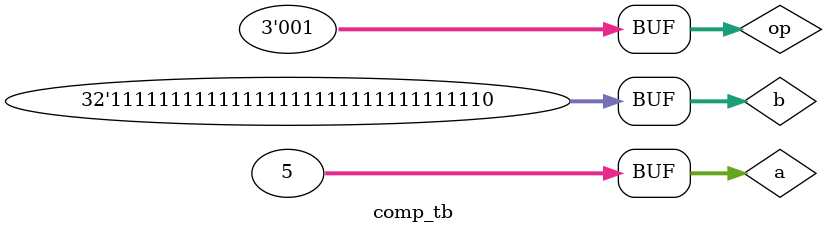
<source format=v>
module branch_comp (
    input wire  [31:0] branch_OP1,
    input wire  [31:0] branch_OP2,
    input wire  [2:0]  branch_OPCODE,
    input wire  [6:0]  opcode,
    output wire        branch_taken
);

    localparam OP_EQL = 3'b000;
    localparam OP_NEQ = 3'b001;
    localparam OP_UGT = 3'b111; //Unsigned Greater Than or Equal
    localparam OP_SGT = 3'b101; //Signed Greater Than or Equal
    localparam OP_SLT = 3'b100;
    localparam OP_ULT = 3'b110;

    reg signed [31:0] signed_op_1;
    reg signed [31:0] signed_op_2;

    always @(*) 
    // if(opcode == 7'b110_0011)
    begin
        signed_op_1 = branch_OP1;
        signed_op_2 = branch_OP2;
    end
    
    // always @(*) begin
    // if(opcode == 7'b110_0011)
    // begin
    //     signed_op_1 = branch_OP1;
    //     signed_op_2 = branch_OP2;
    //     case (branch_OPCODE)
    //         OP_EQL: branch_taken = (branch_OP1 == branch_OP2);
    //         OP_NEQ: branch_taken = (branch_OP1 != branch_OP2);
    //         OP_UGT: branch_taken = (branch_OP1 >= branch_OP2);
    //         OP_ULT: branch_taken = (branch_OP1 <  branch_OP2);
    //         OP_SGT: branch_taken = (signed_op_1 >= signed_op_2);
    //         OP_SLT: branch_taken = (signed_op_1 < signed_op_2);
    //         default: branch_taken = 0;
    //     endcase
    // end
    // else 
    // branch_taken = 0;
    // end
    

    assign branch_taken = (opcode == 7'b110_0011) ? 
                          (branch_OPCODE == OP_EQL) ? (branch_OP1 == branch_OP2):
                          (branch_OPCODE == OP_NEQ) ? (branch_OP1 != branch_OP2):
                          (branch_OPCODE == OP_UGT) ? (branch_OP1 >= branch_OP2):
                          (branch_OPCODE == OP_ULT) ? (branch_OP1 <  branch_OP2):
                          (branch_OPCODE == OP_SGT) ? (signed_op_1 >= signed_op_2):
                          (branch_OPCODE == OP_SLT) ? (signed_op_1 < signed_op_2):
                          1'b0:1'b0;

    // always @(branch_OPCODE) begin
    //     case(branch_OPCODE)
    //     3'b
    // end

endmodule

module comp_tb ();
    wire out;
    reg [31:0] a, b;
    reg [2:0] op;

    branch_comp bc(.branch_OP1(a),
                   .branch_OP2(b),
                   .branch_OPCODE(op),
                   .branch_taken(out));
    initial begin
        a = 5;
        b = -2;
        op = 3'b100;
        #10
        op = 3'b000;
        #10
        op = 3'b001;
    end
endmodule
</source>
